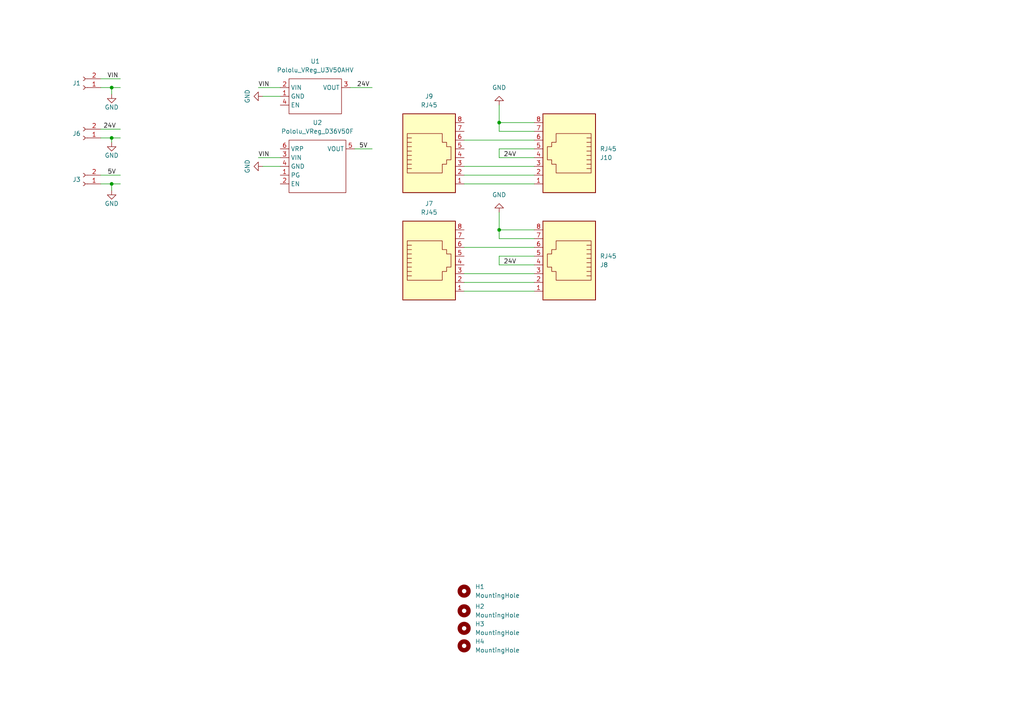
<source format=kicad_sch>
(kicad_sch (version 20230121) (generator eeschema)
  (paper "A4")
  (lib_symbols
    (symbol "Connector:RJ45" (pin_names (offset 1.016))
      (property "Reference" "J" (at -5.08 13.97 0))
      (property "Value" "RJ45" (at 2.54 13.97 0))
      (symbol "RJ45_0_1"
        (polyline (pts (xy -5.08 4.445) (xy -6.35 4.445)))
        (polyline (pts (xy -5.08 5.715) (xy -6.35 5.715)))
        (polyline (pts (xy -6.35 -3.175) (xy -5.08 -3.175) (xy -5.08 -3.175)))
        (polyline (pts (xy -6.35 -1.905) (xy -5.08 -1.905) (xy -5.08 -1.905)))
        (polyline (pts (xy -6.35 -0.635) (xy -5.08 -0.635) (xy -5.08 -0.635)))
        (polyline (pts (xy -6.35 0.635) (xy -5.08 0.635) (xy -5.08 0.635)))
        (polyline (pts (xy -6.35 1.905) (xy -5.08 1.905) (xy -5.08 1.905)))
        (polyline (pts (xy -5.08 3.175) (xy -6.35 3.175) (xy -6.35 3.175)))
        (polyline (pts (xy -6.35 -4.445) (xy -6.35 6.985) (xy 3.81 6.985) (xy 3.81 4.445) (xy 5.08 4.445) (xy 5.08 3.175) (xy 6.35 3.175) (xy 6.35 -0.635) (xy 5.08 -0.635) (xy 5.08 -1.905) (xy 3.81 -1.905) (xy 3.81 -4.445) (xy -6.35 -4.445) (xy -6.35 -4.445)))
        (rectangle (start 7.62 12.7) (end -7.62 -10.16) (stroke (width 0.254)) (fill (type background)))
      )
      (symbol "RJ45_1_1"
        (pin passive line (at 10.16 -7.62 180) (length 2.54) (name "~") (number "1"))
        (pin passive line (at 10.16 -5.08 180) (length 2.54) (name "~") (number "2"))
        (pin passive line (at 10.16 -2.54 180) (length 2.54) (name "~") (number "3"))
        (pin passive line (at 10.16 0 180) (length 2.54) (name "~") (number "4"))
        (pin passive line (at 10.16 2.54 180) (length 2.54) (name "~") (number "5"))
        (pin passive line (at 10.16 5.08 180) (length 2.54) (name "~") (number "6"))
        (pin passive line (at 10.16 7.62 180) (length 2.54) (name "~") (number "7"))
        (pin passive line (at 10.16 10.16 180) (length 2.54) (name "~") (number "8"))
      )
    )
    (symbol "Jacob:Conn_01x02_Socket" (pin_names (offset 1.016) hide)
      (property "Reference" "J" (at 0 2.54 0))
      (property "Value" "Conn_01x02_Socket" (at 0 -5.08 0))
      (symbol "Conn_01x02_Socket_1_1"
        (arc (start 0 -2.032) (mid -0.5058 -2.54) (end 0 -3.048) (stroke (width 0.1524)))
        (polyline (pts (xy -1.27 -2.54) (xy -0.508 -2.54)) (stroke (width 0.1524)))
        (polyline (pts (xy -1.27 0) (xy -0.508 0)) (stroke (width 0.1524)))
        (arc (start 0 0.508) (mid -0.5058 0) (end 0 -0.508) (stroke (width 0.1524)))
        (pin passive line (at -5.08 0 0) (length 3.81) (name "Pin_1") (number "1"))
        (pin passive line (at -5.08 -2.54 0) (length 3.81) (name "Pin_2") (number "2"))
      )
    )
    (symbol "Jacob:GND" (power) (pin_names (offset 0))
      (property "Value" "GND" (at 0 -3.81 0))
      (symbol "GND_0_1"
        (polyline (pts (xy 0 0) (xy 0 -1.27) (xy 1.27 -1.27) (xy 0 -2.54) (xy -1.27 -1.27) (xy 0 -1.27)))
      )
      (symbol "GND_1_1"
        (pin power_in line (at 0 0 270) (length 0) hide (name "GND") (number "1"))
      )
    )
    (symbol "Jacob:MountingHole" (pin_names (offset 1.016))
      (property "Reference" "H" (at 0 5.08 0))
      (property "Value" "MountingHole" (at 0 3.175 0))
      (symbol "MountingHole_0_1"
        (circle (center 0 0) (radius 1.27) (stroke (width 1.27)))
      )
    )
    (symbol "Jacob:Pololu_VReg_D36V50F"
      (property "Reference" "U" (at 6.985 -7.62 0))
      (property "Value" "Pololu_VReg_D36V50F" (at -0.635 7.62 0))
      (symbol "Pololu_VReg_D36V50F_0_1"
        (rectangle (start -8.255 6.35) (end 8.255 -8.89))
      )
      (symbol "Pololu_VReg_D36V50F_1_1"
        (pin input line (at -10.795 -3.81 0) (length 2.54) (name "PG") (number "1"))
        (pin input line (at -10.795 -6.35 0) (length 2.54) (name "EN") (number "2"))
        (pin power_in line (at -10.795 1.27 0) (length 2.54) (name "VIN") (number "3"))
        (pin power_in line (at -10.795 -1.27 0) (length 2.54) (name "GND") (number "4"))
        (pin power_out line (at 10.795 3.81 180) (length 2.54) (name "VOUT") (number "5"))
        (pin power_in line (at -10.795 3.81 0) (length 2.54) (name "VRP") (number "6"))
      )
    )
    (symbol "Jacob:Pololu_VReg_U3V50AHV"
      (property "Reference" "U" (at 6.35 -5.08 0))
      (property "Value" "Pololu_VReg_U3V50AHV" (at 0 5.08 0))
      (symbol "Pololu_VReg_U3V50AHV_0_1"
        (rectangle (start -7.62 3.81) (end 7.62 -6.35))
      )
      (symbol "Pololu_VReg_U3V50AHV_1_1"
        (pin power_in line (at -10.16 -1.27 0) (length 2.54) (name "GND") (number "1"))
        (pin power_in line (at -10.16 1.27 0) (length 2.54) (name "VIN") (number "2"))
        (pin power_out line (at 10.16 1.27 180) (length 2.54) (name "VOUT") (number "3"))
        (pin input line (at -10.16 -3.81 0) (length 2.54) (name "EN") (number "4"))
      )
    )
    (symbol "power:GND" (power) (pin_names (offset 0))
      (property "Value" "GND" (at 0 -3.81 0))
      (symbol "GND_0_1"
        (polyline (pts (xy 0 0) (xy 0 -1.27) (xy 1.27 -1.27) (xy 0 -2.54) (xy -1.27 -1.27) (xy 0 -1.27)))
      )
      (symbol "GND_1_1"
        (pin power_in line (at 0 0 270) (length 0) hide (name "GND") (number "1"))
      )
    )
  )
  (junction (at 144.78 66.675))
  (junction (at 32.385 25.4))
  (junction (at 32.385 53.34))
  (junction (at 32.385 40.005))
  (junction (at 144.78 35.56))
  (wire (pts (xy 134.62 53.34) (xy 154.94 53.34)))
  (wire (pts (xy 144.78 43.18) (xy 144.78 45.72)))
  (wire (pts (xy 134.62 48.26) (xy 154.94 48.26)))
  (wire (pts (xy 144.78 69.215) (xy 154.94 69.215)))
  (wire (pts (xy 144.78 38.1) (xy 154.94 38.1)))
  (wire (pts (xy 144.78 66.675) (xy 154.94 66.675)))
  (wire (pts (xy 102.87 43.18) (xy 107.95 43.18)))
  (wire (pts (xy 144.78 35.56) (xy 144.78 38.1)))
  (wire (pts (xy 134.62 79.375) (xy 154.94 79.375)))
  (wire (pts (xy 32.385 53.34) (xy 32.385 55.245)))
  (wire (pts (xy 76.2 48.26) (xy 81.28 48.26)))
  (wire (pts (xy 74.93 25.4) (xy 81.28 25.4)))
  (wire (pts (xy 144.78 76.835) (xy 154.94 76.835)))
  (wire (pts (xy 144.78 74.295) (xy 144.78 76.835)))
  (wire (pts (xy 32.385 25.4) (xy 34.925 25.4)))
  (wire (pts (xy 144.78 35.56) (xy 154.94 35.56)))
  (wire (pts (xy 74.93 45.72) (xy 81.28 45.72)))
  (wire (pts (xy 144.78 45.72) (xy 154.94 45.72)))
  (wire (pts (xy 134.62 40.64) (xy 154.94 40.64)))
  (wire (pts (xy 144.78 61.595) (xy 144.78 66.675)))
  (wire (pts (xy 144.78 30.48) (xy 144.78 35.56)))
  (wire (pts (xy 29.21 37.465) (xy 34.925 37.465)))
  (wire (pts (xy 134.62 50.8) (xy 154.94 50.8)))
  (wire (pts (xy 32.385 40.005) (xy 34.925 40.005)))
  (wire (pts (xy 101.6 25.4) (xy 107.95 25.4)))
  (wire (pts (xy 144.78 66.675) (xy 144.78 69.215)))
  (wire (pts (xy 144.78 74.295) (xy 154.94 74.295)))
  (wire (pts (xy 76.2 27.94) (xy 81.28 27.94)))
  (wire (pts (xy 134.62 84.455) (xy 154.94 84.455)))
  (wire (pts (xy 134.62 81.915) (xy 154.94 81.915)))
  (wire (pts (xy 144.78 43.18) (xy 154.94 43.18)))
  (wire (pts (xy 32.385 40.005) (xy 29.21 40.005)))
  (wire (pts (xy 32.385 41.275) (xy 32.385 40.005)))
  (wire (pts (xy 134.62 71.755) (xy 154.94 71.755)))
  (wire (pts (xy 29.21 50.8) (xy 34.925 50.8)))
  (wire (pts (xy 29.21 25.4) (xy 32.385 25.4)))
  (wire (pts (xy 32.385 53.34) (xy 34.925 53.34)))
  (wire (pts (xy 29.21 53.34) (xy 32.385 53.34)))
  (wire (pts (xy 32.385 25.4) (xy 32.385 27.305)))
  (wire (pts (xy 29.21 22.86) (xy 34.925 22.86)))
  (label "5V" (at 104.14 43.18 0))
  (label "24V" (at 33.655 37.465 180))
  (label "VIN" (at 74.93 25.4 0))
  (label "VIN" (at 74.93 45.72 0))
  (label "VIN" (at 31.115 22.86 0))
  (label "24V" (at 103.505 25.4 0))
  (label "24V" (at 146.05 76.835 0))
  (label "24V" (at 146.05 45.72 0))
  (label "5V" (at 33.655 50.8 180))
  (symbol (lib_id "Jacob:Conn_01x02_Socket") (at 24.13 40.005 180) (unit 1)
    (property "Reference" "J6" (at 22.225 38.735 0))
    (property "Value" "Conn_01x02_Socket" (effects hide))
    (property "Footprint" "Jacob:BarrelJack_Horizontal" (effects hide))
  )
  (symbol (lib_id "Jacob:Conn_01x02_Socket") (at 24.13 25.4 180) (unit 1)
    (property "Reference" "J1" (at 22.225 24.13 0))
    (property "Value" "Conn_01x02_Socket" (effects hide))
    (property "Footprint" "Jacob:BarrelJack_Horizontal" (effects hide))
  )
  (symbol (lib_id "Jacob:MountingHole") (at 134.62 177.165 0) (unit 1)
    (property "Reference" "H2" (at 137.795 175.895 0) (effects (justify left)))
    (property "Value" "MountingHole" (at 137.795 178.435 0) (effects (justify left)))
    (property "Footprint" "Jacob:MountingHole_3.2mm_M3" (effects hide))
  )
  (symbol (lib_id "Connector:RJ45") (at 124.46 76.835 0) (unit 1)
    (property "Reference" "J7" (at 124.46 59.055 0))
    (property "Value" "RJ45" (at 124.46 61.595 0))
    (property "Footprint" "Connector_RJ:RJ45_Amphenol_54602-x08_Horizontal" (effects hide))
  )
  (symbol (lib_id "Jacob:Pololu_VReg_U3V50AHV") (at 91.44 26.67 0) (unit 1)
    (property "Reference" "U1" (at 91.44 17.78 0))
    (property "Value" "Pololu_VReg_U3V50AHV" (at 91.44 20.32 0))
    (property "Footprint" "Jacob:Pololu_VReg_U3V50AHV" (effects hide))
  )
  (symbol (lib_id "Jacob:GND") (at 76.2 27.94 270) (unit 1)
    (property "Reference" "#PWR01" (effects hide))
    (property "Value" "GND" (at 71.755 27.94 0))
  )
  (symbol (lib_id "Jacob:MountingHole") (at 134.62 171.45 0) (unit 1)
    (property "Reference" "H1" (at 137.795 170.18 0) (effects (justify left)))
    (property "Value" "MountingHole" (at 137.795 172.72 0) (effects (justify left)))
    (property "Footprint" "Jacob:MountingHole_3.2mm_M3" (effects hide))
  )
  (symbol (lib_id "power:GND") (at 144.78 30.48 180) (unit 1)
    (property "Reference" "#PWR06" (effects hide))
    (property "Value" "GND" (at 144.78 25.4 0))
  )
  (symbol (lib_id "power:GND") (at 144.78 61.595 180) (unit 1)
    (property "Reference" "#PWR07" (effects hide))
    (property "Value" "GND" (at 144.78 56.515 0))
  )
  (symbol (lib_id "Jacob:Conn_01x02_Socket") (at 24.13 53.34 180) (unit 1)
    (property "Reference" "J3" (at 22.225 52.07 0))
    (property "Value" "Conn_01x02_Socket" (effects hide))
    (property "Footprint" "Jacob:BarrelJack_Horizontal" (effects hide))
  )
  (symbol (lib_id "Connector:RJ45") (at 165.1 76.835 0) (mirror y) (unit 1)
    (property "Reference" "J8" (at 173.99 76.835 0) (effects (justify right)))
    (property "Value" "RJ45" (at 173.99 74.295 0) (effects (justify right)))
    (property "Footprint" "Connector_RJ:RJ45_Amphenol_54602-x08_Horizontal" (effects hide))
  )
  (symbol (lib_id "Jacob:GND") (at 32.385 55.245 0) (unit 1)
    (property "Reference" "#PWR04" (effects hide))
    (property "Value" "GND" (at 32.385 59.055 0))
  )
  (symbol (lib_id "Jacob:Pololu_VReg_D36V50F") (at 92.075 46.99 0) (unit 1)
    (property "Reference" "U2" (at 92.075 35.56 0))
    (property "Value" "Pololu_VReg_D36V50F" (at 92.075 38.1 0))
    (property "Footprint" "Jacob:Pololu_VReg_D36V50F" (effects hide))
  )
  (symbol (lib_id "Jacob:GND") (at 32.385 41.275 0) (unit 1)
    (property "Reference" "#PWR05" (effects hide))
    (property "Value" "GND" (at 32.385 45.085 0))
  )
  (symbol (lib_id "Connector:RJ45") (at 165.1 45.72 0) (mirror y) (unit 1)
    (property "Reference" "J10" (at 173.99 45.72 0) (effects (justify right)))
    (property "Value" "RJ45" (at 173.99 43.18 0) (effects (justify right)))
    (property "Footprint" "Connector_RJ:RJ45_Amphenol_54602-x08_Horizontal" (effects hide))
  )
  (symbol (lib_id "Jacob:GND") (at 32.385 27.305 0) (unit 1)
    (property "Reference" "#PWR02" (effects hide))
    (property "Value" "GND" (at 32.385 31.115 0))
  )
  (symbol (lib_id "Jacob:MountingHole") (at 134.62 187.325 0) (unit 1)
    (property "Reference" "H4" (at 137.795 186.055 0) (effects (justify left)))
    (property "Value" "MountingHole" (at 137.795 188.595 0) (effects (justify left)))
    (property "Footprint" "Jacob:MountingHole_3.2mm_M3" (effects hide))
  )
  (symbol (lib_id "Connector:RJ45") (at 124.46 45.72 0) (unit 1)
    (property "Reference" "J9" (at 124.46 27.94 0))
    (property "Value" "RJ45" (at 124.46 30.48 0))
    (property "Footprint" "Connector_RJ:RJ45_Amphenol_54602-x08_Horizontal" (effects hide))
  )
  (symbol (lib_id "Jacob:GND") (at 76.2 48.26 270) (unit 1)
    (property "Reference" "#PWR03" (effects hide))
    (property "Value" "GND" (at 71.755 48.26 0))
  )
  (symbol (lib_id "Jacob:MountingHole") (at 134.62 182.245 0) (unit 1)
    (property "Reference" "H3" (at 137.795 180.975 0) (effects (justify left)))
    (property "Value" "MountingHole" (at 137.795 183.515 0) (effects (justify left)))
    (property "Footprint" "Jacob:MountingHole_3.2mm_M3" (effects hide))
  )
)
</source>
